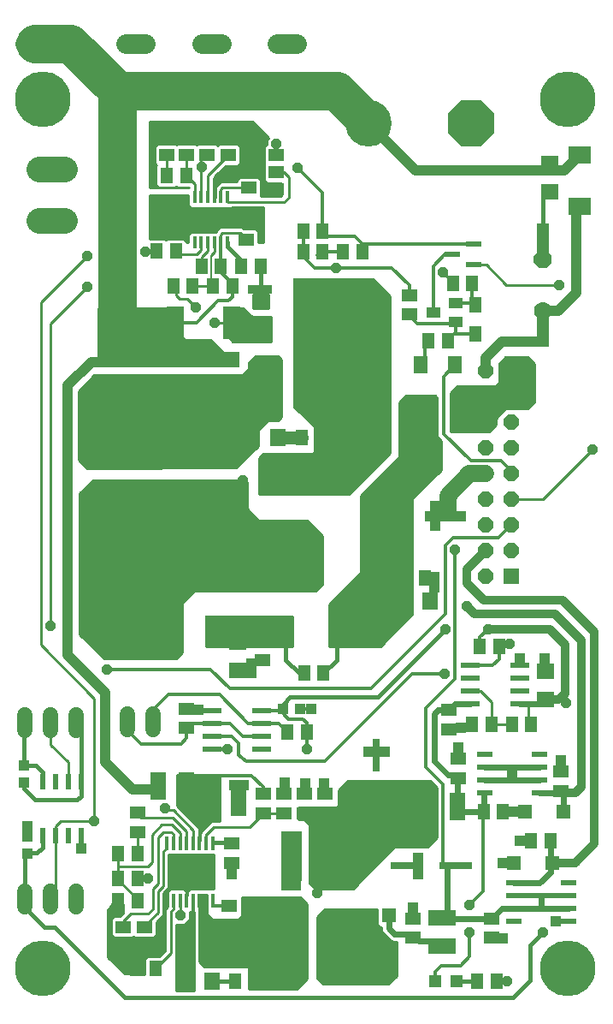
<source format=gtl>
G75*
G70*
%OFA0B0*%
%FSLAX24Y24*%
%IPPOS*%
%LPD*%
%AMOC8*
5,1,8,0,0,1.08239X$1,22.5*
%
%ADD10C,0.1000*%
%ADD11C,0.0768*%
%ADD12R,0.0512X0.0591*%
%ADD13R,0.0591X0.0512*%
%ADD14R,0.1063X0.0630*%
%ADD15R,0.0630X0.0710*%
%ADD16R,0.0551X0.0394*%
%ADD17R,0.2165X0.1496*%
%ADD18R,0.0551X0.0709*%
%ADD19R,0.2244X0.2165*%
%ADD20R,0.0669X0.0512*%
%ADD21R,0.0709X0.1260*%
%ADD22R,0.0600X0.1200*%
%ADD23R,0.0980X0.0370*%
%ADD24R,0.2570X0.2650*%
%ADD25R,0.0180X0.0500*%
%ADD26R,0.1160X0.0690*%
%ADD27R,0.0600X0.0220*%
%ADD28R,0.0472X0.0591*%
%ADD29R,0.0748X0.1339*%
%ADD30R,0.0787X0.1969*%
%ADD31R,0.1280X0.0300*%
%ADD32R,0.0300X0.1280*%
%ADD33R,0.0630X0.1063*%
%ADD34R,0.0710X0.0630*%
%ADD35R,0.0472X0.0472*%
%ADD36R,0.0551X0.0551*%
%ADD37R,0.0140X0.0560*%
%ADD38R,0.0610X0.0236*%
%ADD39R,0.0866X0.0709*%
%ADD40R,0.0709X0.0630*%
%ADD41R,0.0780X0.0220*%
%ADD42R,0.0470X0.1640*%
%ADD43C,0.0700*%
%ADD44OC8,0.0700*%
%ADD45R,0.1600X0.0430*%
%ADD46R,0.0594X0.0594*%
%ADD47OC8,0.0594*%
%ADD48R,0.0630X0.0709*%
%ADD49C,0.0594*%
%ADD50R,0.0236X0.0610*%
%ADD51R,0.0394X0.0433*%
%ADD52R,0.0433X0.0394*%
%ADD53C,0.1810*%
%ADD54OC8,0.1810*%
%ADD55R,0.0396X0.0396*%
%ADD56C,0.0100*%
%ADD57C,0.0120*%
%ADD58C,0.0160*%
%ADD59OC8,0.0396*%
%ADD60C,0.0660*%
%ADD61C,0.0240*%
%ADD62C,0.2165*%
%ADD63C,0.0400*%
%ADD64C,0.1500*%
%ADD65C,0.0320*%
%ADD66C,0.0200*%
%ADD67C,0.0500*%
%ADD68C,0.0080*%
%ADD69C,0.0140*%
D10*
X007147Y030853D02*
X008147Y030853D01*
X008147Y032821D02*
X007147Y032821D01*
D11*
X007341Y037748D02*
X006573Y037748D01*
X010510Y037748D02*
X011278Y037748D01*
X013463Y037748D02*
X014231Y037748D01*
X016416Y037748D02*
X017183Y037748D01*
D12*
X012851Y032600D03*
X012103Y032600D03*
X012451Y029675D03*
X011703Y029675D03*
X012353Y028300D03*
X013101Y028300D03*
X013903Y028300D03*
X014201Y029075D03*
X013453Y029075D03*
X014651Y028300D03*
X015003Y029075D03*
X015751Y029075D03*
X017428Y029650D03*
X018176Y029650D03*
X018176Y030425D03*
X017428Y030425D03*
X018978Y029650D03*
X019726Y029650D03*
X022303Y026175D03*
X023051Y026175D03*
X023253Y028400D03*
X024001Y028400D03*
X018126Y022400D03*
X017378Y022400D03*
X021428Y016950D03*
X022176Y016950D03*
X024303Y014275D03*
X025051Y014275D03*
X024751Y011225D03*
X024003Y011225D03*
X025553Y011225D03*
X026301Y011225D03*
X025201Y007850D03*
X024453Y007850D03*
X026303Y006700D03*
X027051Y006700D03*
X024951Y001250D03*
X024203Y001250D03*
X017551Y010950D03*
X016803Y010950D03*
X017453Y013225D03*
X018201Y013225D03*
X010951Y006200D03*
X010951Y005225D03*
X010951Y004375D03*
X010203Y004375D03*
X010203Y005225D03*
X010203Y006200D03*
X010903Y001725D03*
X011651Y001725D03*
X014753Y001250D03*
X015501Y001250D03*
D13*
X014527Y003426D03*
X014527Y004174D03*
X014627Y005851D03*
X014627Y006599D03*
X015852Y007776D03*
X015852Y008524D03*
X016677Y008524D03*
X016677Y007776D03*
X017477Y007776D03*
X017477Y008524D03*
X018252Y008524D03*
X018252Y007776D03*
X021702Y003674D03*
X021702Y002926D03*
X024752Y002926D03*
X024752Y003674D03*
X027477Y008651D03*
X027477Y009399D03*
X023452Y009151D03*
X023452Y009899D03*
X023102Y011051D03*
X023102Y011799D03*
X015827Y013726D03*
X015827Y014474D03*
X012877Y011849D03*
X012877Y011101D03*
X010977Y007799D03*
X010977Y007051D03*
X011227Y003349D03*
X011227Y002601D03*
X010402Y002601D03*
X010402Y003349D03*
X015752Y026901D03*
X015752Y027649D03*
X015202Y030101D03*
X015202Y030849D03*
X015302Y032126D03*
X015302Y032874D03*
X014502Y033401D03*
X014502Y034149D03*
X013652Y034149D03*
X013652Y033401D03*
X012877Y033401D03*
X012877Y034149D03*
X012102Y034149D03*
X012102Y033401D03*
X016352Y033394D03*
X016352Y032725D03*
X016352Y032056D03*
X021552Y027949D03*
X021552Y027201D03*
D14*
X014402Y025451D03*
X014402Y024349D03*
X013127Y024349D03*
X013127Y025451D03*
X011852Y025451D03*
X011852Y024349D03*
X012102Y021501D03*
X012102Y020399D03*
X013377Y020399D03*
X013377Y021501D03*
X022827Y003701D03*
X022827Y002599D03*
D15*
X013862Y001250D03*
X012743Y001250D03*
X015318Y022400D03*
X016437Y022400D03*
D16*
X022494Y027275D03*
X023360Y026901D03*
X023360Y027649D03*
D17*
X016777Y020909D03*
X016777Y017091D03*
D18*
X022008Y025225D03*
X023347Y025225D03*
D19*
X018501Y024325D03*
D20*
X015966Y023425D03*
X015966Y025225D03*
D21*
X014630Y026875D03*
X012425Y026875D03*
D22*
X011912Y014875D03*
X013892Y014875D03*
X016737Y014825D03*
X018717Y014825D03*
D23*
X015732Y026375D03*
X015732Y028175D03*
D24*
X018312Y027275D03*
D25*
X014469Y029995D03*
X014213Y029995D03*
X013957Y029995D03*
X013698Y029995D03*
X013442Y029995D03*
X013186Y029995D03*
X013186Y031755D03*
X013442Y031755D03*
X013698Y031755D03*
X013957Y031755D03*
X014213Y031755D03*
X014469Y031755D03*
D26*
X013827Y030875D03*
D27*
X023227Y029525D03*
X024077Y029125D03*
X024077Y029925D03*
D28*
X024127Y027571D03*
X024127Y026429D03*
D29*
X023520Y023350D03*
X021985Y023350D03*
D30*
X018341Y006098D03*
X016963Y006098D03*
X016963Y002752D03*
X018341Y002752D03*
D31*
X021452Y005725D03*
X023352Y005725D03*
D32*
X020277Y008125D03*
X020277Y010025D03*
D33*
X022326Y008025D03*
X023429Y008025D03*
X014904Y008200D03*
X013801Y008200D03*
X012854Y008850D03*
X011751Y008850D03*
D34*
X027027Y031965D03*
X027027Y033085D03*
D35*
X023391Y001250D03*
X022564Y001250D03*
D36*
X020752Y002302D03*
X020752Y003798D03*
X025629Y005850D03*
X026079Y007825D03*
X027125Y005850D03*
X027575Y007825D03*
X014350Y002550D03*
X012854Y002550D03*
D37*
X012872Y004380D03*
X012622Y004380D03*
X012362Y004380D03*
X012102Y004380D03*
X013132Y004380D03*
X013382Y004380D03*
X013642Y004380D03*
X013902Y004380D03*
X013902Y006620D03*
X013642Y006620D03*
X013382Y006620D03*
X013132Y006620D03*
X012872Y006620D03*
X012622Y006620D03*
X012362Y006620D03*
X012102Y006620D03*
D38*
X024514Y008577D03*
X024514Y009077D03*
X024514Y009577D03*
X024514Y010077D03*
X026640Y010077D03*
X026640Y009577D03*
X026640Y009077D03*
X026640Y008577D03*
X025639Y005073D03*
X025639Y004573D03*
X025639Y004073D03*
X025639Y003573D03*
X027765Y003573D03*
X027765Y004073D03*
X027765Y004573D03*
X027765Y005073D03*
D39*
X028202Y031396D03*
X028202Y033404D03*
D40*
X026852Y013301D03*
X026852Y012199D03*
X014877Y013349D03*
X014877Y014451D03*
D41*
X015797Y011775D03*
X015797Y011275D03*
X015797Y010775D03*
X015797Y010275D03*
X013857Y010275D03*
X013857Y010775D03*
X013857Y011275D03*
X013857Y011775D03*
X023932Y012025D03*
X023932Y012525D03*
X023932Y013025D03*
X023932Y013525D03*
X025872Y013525D03*
X025872Y013025D03*
X025872Y012525D03*
X025872Y012025D03*
D42*
X026777Y026725D03*
X026777Y029925D03*
X009152Y022100D03*
X009152Y018900D03*
D43*
X009152Y019500D03*
X026777Y027325D03*
D44*
X026777Y029325D03*
X009152Y021500D03*
D45*
X020497Y019350D03*
X022957Y019350D03*
D46*
X025527Y017000D03*
D47*
X025527Y018000D03*
X025527Y019000D03*
X025527Y020000D03*
X025527Y021000D03*
X025527Y022000D03*
X025527Y023000D03*
X025527Y024000D03*
X025527Y025000D03*
X024527Y025000D03*
X024527Y024000D03*
X024527Y023000D03*
X024527Y022000D03*
X024527Y021000D03*
X024527Y020000D03*
X024527Y019000D03*
X024527Y018000D03*
X024527Y017000D03*
D48*
X022354Y016050D03*
X021251Y016050D03*
D49*
X011577Y011622D02*
X011577Y011028D01*
X010577Y011028D02*
X010577Y011622D01*
X008577Y011597D02*
X008577Y011003D01*
X007577Y011003D02*
X007577Y011597D01*
X006577Y011597D02*
X006577Y011003D01*
X006577Y004747D02*
X006577Y004153D01*
X007577Y004153D02*
X007577Y004747D01*
X008577Y004747D02*
X008577Y004153D01*
D50*
X008754Y006887D03*
X008254Y006887D03*
X007754Y006887D03*
X007254Y006887D03*
X007254Y009013D03*
X007754Y009013D03*
X008254Y009013D03*
X008754Y009013D03*
D51*
X006652Y006885D03*
X006652Y006215D03*
X006527Y008965D03*
X006527Y009635D03*
D52*
X016643Y011850D03*
X017312Y011850D03*
D53*
X019977Y034625D03*
D54*
X023977Y034625D03*
D55*
X019627Y026375D03*
X019227Y025975D03*
X018827Y025575D03*
X018427Y025175D03*
X018827Y024775D03*
X018427Y024375D03*
X018827Y023975D03*
X018427Y023575D03*
X018827Y023175D03*
X019227Y023575D03*
X019602Y023175D03*
X019602Y023975D03*
X019602Y024775D03*
X019227Y024375D03*
X019227Y025175D03*
X019602Y025575D03*
X018827Y026375D03*
X018427Y025975D03*
X018027Y025575D03*
X017627Y025175D03*
X018027Y024775D03*
X017627Y024375D03*
X018027Y023975D03*
X017627Y023575D03*
X018027Y023175D03*
X017627Y025975D03*
X018027Y026375D03*
X014377Y023390D03*
X014377Y022990D03*
X014377Y022590D03*
X013977Y022590D03*
X013577Y022590D03*
X013177Y022590D03*
X013177Y022990D03*
X013177Y023390D03*
X013577Y023390D03*
X013577Y022990D03*
X013977Y022990D03*
X013977Y023390D03*
X013992Y030775D03*
X013592Y030775D03*
X013192Y030775D03*
X012792Y030775D03*
X012792Y031175D03*
X013192Y031175D03*
X013592Y031175D03*
X013992Y031175D03*
X014392Y031175D03*
X014392Y030775D03*
X022552Y019725D03*
X022552Y018975D03*
X022542Y016975D03*
X022542Y016575D03*
X025877Y013800D03*
X026827Y013800D03*
X027452Y009825D03*
X025577Y009325D03*
X025627Y007825D03*
X025877Y006715D03*
X025202Y005840D03*
X025202Y002910D03*
X027277Y003560D03*
X023452Y010325D03*
X023552Y011100D03*
X020602Y010175D03*
X019952Y010175D03*
X018242Y008950D03*
X017492Y008950D03*
X016702Y008975D03*
X015087Y008875D03*
X014737Y008875D03*
X013352Y006000D03*
X012877Y006000D03*
X012877Y005500D03*
X013352Y005500D03*
X013352Y005000D03*
X012877Y005000D03*
X012402Y005000D03*
X012402Y005500D03*
X012402Y006000D03*
X014627Y005400D03*
X016767Y004975D03*
X017142Y004975D03*
X021702Y004100D03*
X021902Y005400D03*
X021902Y006050D03*
X017717Y011850D03*
X015392Y013225D03*
X015392Y013600D03*
X013317Y011800D03*
X008752Y006400D03*
X006652Y007275D03*
D56*
X007754Y007277D02*
X007754Y006887D01*
X007754Y004627D01*
X007577Y004450D01*
X007754Y007277D02*
X007952Y007475D01*
X009277Y007475D01*
X009277Y012250D01*
X007202Y014325D01*
X007202Y027675D01*
X009002Y029475D01*
X009002Y028275D02*
X007577Y026850D01*
X007577Y015075D01*
X008702Y015122D02*
X012702Y015122D01*
X012702Y015024D02*
X008702Y015024D01*
X008702Y014925D02*
X012702Y014925D01*
X012702Y014827D02*
X008702Y014827D01*
X008702Y014750D02*
X008702Y020225D01*
X009227Y020750D01*
X015152Y020750D01*
X015227Y020675D01*
X015227Y019625D01*
X015677Y019175D01*
X017552Y019175D01*
X018152Y018575D01*
X018152Y016675D01*
X017902Y016425D01*
X013152Y016425D01*
X012702Y015975D01*
X012702Y014025D01*
X012477Y013800D01*
X009652Y013800D01*
X008702Y014750D01*
X008724Y014728D02*
X012702Y014728D01*
X012702Y014630D02*
X008823Y014630D01*
X008921Y014531D02*
X012702Y014531D01*
X012702Y014433D02*
X009020Y014433D01*
X009118Y014334D02*
X012702Y014334D01*
X012702Y014236D02*
X009217Y014236D01*
X009315Y014137D02*
X012702Y014137D01*
X012702Y014039D02*
X009414Y014039D01*
X009512Y013940D02*
X012617Y013940D01*
X012519Y013842D02*
X009611Y013842D01*
X008702Y015221D02*
X012702Y015221D01*
X012702Y015319D02*
X008702Y015319D01*
X008702Y015418D02*
X012702Y015418D01*
X012702Y015516D02*
X008702Y015516D01*
X008702Y015615D02*
X012702Y015615D01*
X012702Y015713D02*
X008702Y015713D01*
X008702Y015812D02*
X012702Y015812D01*
X012702Y015910D02*
X008702Y015910D01*
X008702Y016009D02*
X012736Y016009D01*
X012834Y016107D02*
X008702Y016107D01*
X008702Y016206D02*
X012933Y016206D01*
X013031Y016304D02*
X008702Y016304D01*
X008702Y016403D02*
X013130Y016403D01*
X013627Y015450D02*
X017002Y015450D01*
X017002Y014275D01*
X013627Y014275D01*
X013627Y015450D01*
X013627Y015418D02*
X017002Y015418D01*
X017002Y015319D02*
X013627Y015319D01*
X013627Y015221D02*
X017002Y015221D01*
X017002Y015122D02*
X013627Y015122D01*
X013627Y015024D02*
X017002Y015024D01*
X017002Y014925D02*
X013627Y014925D01*
X013627Y014827D02*
X017002Y014827D01*
X017002Y014728D02*
X013627Y014728D01*
X013627Y014630D02*
X017002Y014630D01*
X017002Y014531D02*
X013627Y014531D01*
X013627Y014433D02*
X017002Y014433D01*
X017002Y014334D02*
X013627Y014334D01*
X013677Y009250D02*
X013352Y008925D01*
X013352Y008201D01*
X013801Y008200D01*
X014152Y008227D02*
X012502Y008227D01*
X012502Y008129D02*
X014152Y008129D01*
X014152Y008030D02*
X012534Y008030D01*
X012502Y008061D02*
X012502Y009275D01*
X014152Y009275D01*
X014152Y007470D01*
X013836Y007470D01*
X013707Y007341D01*
X013432Y007066D01*
X013422Y007056D01*
X013422Y006990D01*
X013402Y006970D01*
X013402Y006700D01*
X013372Y006700D01*
X013372Y006970D01*
X013352Y006990D01*
X013352Y007211D01*
X012572Y007991D01*
X012502Y008061D01*
X012632Y007932D02*
X014152Y007932D01*
X014152Y007833D02*
X012731Y007833D01*
X012829Y007735D02*
X014152Y007735D01*
X014152Y007636D02*
X012928Y007636D01*
X013026Y007538D02*
X014152Y007538D01*
X013805Y007439D02*
X013125Y007439D01*
X013223Y007341D02*
X013707Y007341D01*
X013608Y007242D02*
X013322Y007242D01*
X013352Y007144D02*
X013510Y007144D01*
X013422Y007045D02*
X013352Y007045D01*
X013372Y006947D02*
X013402Y006947D01*
X013402Y006848D02*
X013372Y006848D01*
X013372Y006750D02*
X013402Y006750D01*
X013642Y006620D02*
X013642Y006965D01*
X013652Y006975D02*
X013927Y007250D01*
X015327Y007250D01*
X015852Y007775D01*
X015852Y007776D02*
X016677Y007776D01*
X016676Y007776D02*
X016677Y007775D01*
X016777Y007775D01*
X017227Y007735D02*
X022627Y007735D01*
X022627Y007833D02*
X017227Y007833D01*
X017227Y007932D02*
X022627Y007932D01*
X022627Y008030D02*
X018757Y008030D01*
X018727Y008000D02*
X018802Y008075D01*
X018802Y008675D01*
X019177Y009050D01*
X022352Y009050D01*
X022627Y008775D01*
X022627Y006825D01*
X022277Y006475D01*
X020977Y006475D01*
X019352Y004850D01*
X017877Y004850D01*
X017652Y005075D01*
X019577Y005075D01*
X019479Y004977D02*
X017751Y004977D01*
X017652Y005075D02*
X017652Y007350D01*
X017477Y007525D01*
X017227Y007525D01*
X017227Y008000D01*
X018727Y008000D01*
X018802Y008129D02*
X022627Y008129D01*
X022627Y008227D02*
X018802Y008227D01*
X018802Y008326D02*
X022627Y008326D01*
X022627Y008424D02*
X018802Y008424D01*
X018802Y008523D02*
X022627Y008523D01*
X022627Y008621D02*
X018802Y008621D01*
X018847Y008720D02*
X022627Y008720D01*
X022584Y008818D02*
X018945Y008818D01*
X019044Y008917D02*
X022486Y008917D01*
X022387Y009015D02*
X019142Y009015D01*
X017563Y007439D02*
X022627Y007439D01*
X022627Y007341D02*
X017652Y007341D01*
X017652Y007242D02*
X022627Y007242D01*
X022627Y007144D02*
X017652Y007144D01*
X017652Y007045D02*
X022627Y007045D01*
X022627Y006947D02*
X017652Y006947D01*
X017652Y006848D02*
X022627Y006848D01*
X022552Y006750D02*
X017652Y006750D01*
X017652Y006651D02*
X022453Y006651D01*
X022355Y006553D02*
X017652Y006553D01*
X017652Y006454D02*
X020956Y006454D01*
X020858Y006356D02*
X017652Y006356D01*
X017652Y006257D02*
X020759Y006257D01*
X020661Y006159D02*
X017652Y006159D01*
X017652Y006060D02*
X020562Y006060D01*
X020464Y005962D02*
X017652Y005962D01*
X017652Y005863D02*
X020365Y005863D01*
X020267Y005765D02*
X017652Y005765D01*
X017652Y005666D02*
X020168Y005666D01*
X020070Y005568D02*
X017652Y005568D01*
X017652Y005469D02*
X019971Y005469D01*
X019873Y005371D02*
X017652Y005371D01*
X017652Y005272D02*
X019774Y005272D01*
X019676Y005174D02*
X017652Y005174D01*
X017849Y004878D02*
X019380Y004878D01*
X020307Y004025D02*
X020307Y003452D01*
X020406Y003352D01*
X020462Y003352D01*
X020462Y003242D01*
X020507Y003136D01*
X020732Y002911D01*
X020813Y002829D01*
X020920Y002785D01*
X021052Y002785D01*
X021052Y001450D01*
X020727Y001125D01*
X018202Y001125D01*
X017977Y001350D01*
X017977Y003750D01*
X018252Y004025D01*
X020307Y004025D01*
X020307Y003992D02*
X018219Y003992D01*
X018120Y003893D02*
X020307Y003893D01*
X020307Y003795D02*
X018022Y003795D01*
X017977Y003696D02*
X020307Y003696D01*
X020307Y003598D02*
X017977Y003598D01*
X017977Y003499D02*
X020307Y003499D01*
X020358Y003401D02*
X017977Y003401D01*
X017977Y003302D02*
X020462Y003302D01*
X020479Y003204D02*
X017977Y003204D01*
X017977Y003105D02*
X020537Y003105D01*
X020636Y003007D02*
X017977Y003007D01*
X017977Y002908D02*
X020734Y002908D01*
X020861Y002810D02*
X017977Y002810D01*
X017977Y002711D02*
X021052Y002711D01*
X021052Y002613D02*
X017977Y002613D01*
X017977Y002514D02*
X021052Y002514D01*
X021052Y002416D02*
X017977Y002416D01*
X017977Y002317D02*
X021052Y002317D01*
X021052Y002219D02*
X017977Y002219D01*
X017977Y002120D02*
X021052Y002120D01*
X021052Y002022D02*
X017977Y002022D01*
X017977Y001923D02*
X021052Y001923D01*
X021052Y001825D02*
X017977Y001825D01*
X017977Y001726D02*
X021052Y001726D01*
X021052Y001628D02*
X017977Y001628D01*
X017977Y001529D02*
X021052Y001529D01*
X021033Y001431D02*
X017977Y001431D01*
X017995Y001332D02*
X020934Y001332D01*
X020836Y001234D02*
X018094Y001234D01*
X018192Y001135D02*
X020737Y001135D01*
X017977Y004675D02*
X017977Y005734D01*
X018341Y006098D01*
X017142Y004975D02*
X016963Y005154D01*
X016963Y006098D01*
X017227Y007538D02*
X022627Y007538D01*
X022627Y007636D02*
X017227Y007636D01*
X017302Y004500D02*
X015027Y004500D01*
X015027Y003775D01*
X014902Y003650D01*
X013852Y003650D01*
X013652Y003850D01*
X013652Y004600D01*
X013402Y004600D01*
X013402Y003850D01*
X013377Y003825D01*
X013377Y002000D01*
X013577Y001800D01*
X015302Y001800D01*
X015302Y000950D01*
X017177Y000950D01*
X017577Y001350D01*
X017577Y004225D01*
X017302Y004500D01*
X017318Y004484D02*
X015027Y004484D01*
X015027Y004386D02*
X017417Y004386D01*
X017515Y004287D02*
X015027Y004287D01*
X015027Y004189D02*
X017577Y004189D01*
X017577Y004090D02*
X015027Y004090D01*
X015027Y003992D02*
X017577Y003992D01*
X017577Y003893D02*
X015027Y003893D01*
X015027Y003795D02*
X017577Y003795D01*
X017577Y003696D02*
X014948Y003696D01*
X013806Y003696D02*
X013377Y003696D01*
X013377Y003598D02*
X017577Y003598D01*
X017577Y003499D02*
X013377Y003499D01*
X013377Y003401D02*
X017577Y003401D01*
X017577Y003302D02*
X013377Y003302D01*
X013382Y003320D02*
X013382Y004380D01*
X013402Y004386D02*
X013652Y004386D01*
X013652Y004484D02*
X013402Y004484D01*
X013402Y004583D02*
X013652Y004583D01*
X013762Y004830D02*
X013502Y004830D01*
X012992Y004830D01*
X012892Y004730D01*
X012892Y004575D01*
X012862Y004575D01*
X012862Y004730D01*
X012763Y004830D01*
X012222Y004830D01*
X012122Y004730D01*
X012122Y004131D01*
X012032Y004041D01*
X012032Y002417D01*
X011806Y002190D01*
X011325Y002190D01*
X011226Y002091D01*
X011226Y001514D01*
X010452Y001525D01*
X009802Y002175D01*
X009802Y004000D01*
X009977Y004225D01*
X010402Y004225D01*
X010402Y003886D01*
X010311Y003795D01*
X010291Y003775D01*
X010037Y003775D01*
X009937Y003675D01*
X009937Y003023D01*
X010037Y002923D01*
X010768Y002923D01*
X010815Y002970D01*
X010862Y002923D01*
X011593Y002923D01*
X011693Y003023D01*
X011693Y003529D01*
X011972Y003809D01*
X011972Y004659D01*
X012172Y004859D01*
X012172Y006170D01*
X013927Y006170D01*
X013927Y004830D01*
X013762Y004830D01*
X013927Y004878D02*
X012172Y004878D01*
X012172Y004780D02*
X012093Y004780D01*
X012122Y004681D02*
X011995Y004681D01*
X011972Y004583D02*
X012122Y004583D01*
X012122Y004484D02*
X011972Y004484D01*
X011972Y004386D02*
X012122Y004386D01*
X012122Y004287D02*
X011972Y004287D01*
X011972Y004189D02*
X012122Y004189D01*
X012081Y004090D02*
X011972Y004090D01*
X011972Y003992D02*
X012032Y003992D01*
X012032Y003893D02*
X011972Y003893D01*
X011958Y003795D02*
X012032Y003795D01*
X012032Y003696D02*
X011860Y003696D01*
X011761Y003598D02*
X012032Y003598D01*
X012032Y003499D02*
X011693Y003499D01*
X011693Y003401D02*
X012032Y003401D01*
X012032Y003302D02*
X011693Y003302D01*
X011693Y003204D02*
X012032Y003204D01*
X012032Y003105D02*
X011693Y003105D01*
X011677Y003007D02*
X012032Y003007D01*
X012032Y002908D02*
X009802Y002908D01*
X009802Y002810D02*
X012032Y002810D01*
X012032Y002711D02*
X009802Y002711D01*
X009802Y002613D02*
X012032Y002613D01*
X012032Y002514D02*
X009802Y002514D01*
X009802Y002416D02*
X012031Y002416D01*
X011932Y002317D02*
X009802Y002317D01*
X009802Y002219D02*
X011834Y002219D01*
X012252Y002326D02*
X011651Y001725D01*
X011226Y001726D02*
X010251Y001726D01*
X010153Y001825D02*
X011226Y001825D01*
X011226Y001923D02*
X010054Y001923D01*
X009956Y002022D02*
X011226Y002022D01*
X011255Y002120D02*
X009857Y002120D01*
X010350Y001628D02*
X011226Y001628D01*
X011226Y001529D02*
X010448Y001529D01*
X009953Y003007D02*
X009802Y003007D01*
X009802Y003105D02*
X009937Y003105D01*
X009937Y003204D02*
X009802Y003204D01*
X009802Y003302D02*
X009937Y003302D01*
X009937Y003401D02*
X009802Y003401D01*
X009802Y003499D02*
X009937Y003499D01*
X009937Y003598D02*
X009802Y003598D01*
X009802Y003696D02*
X009958Y003696D01*
X009802Y003795D02*
X010311Y003795D01*
X010402Y003893D02*
X009802Y003893D01*
X009802Y003992D02*
X010402Y003992D01*
X010402Y004090D02*
X009872Y004090D01*
X009949Y004189D02*
X010402Y004189D01*
X010702Y003875D02*
X010402Y003575D01*
X010402Y003349D01*
X010702Y003875D02*
X011377Y003875D01*
X011552Y004050D01*
X011552Y004850D01*
X011752Y005050D01*
X011752Y006850D01*
X011952Y007050D01*
X012277Y007050D01*
X012362Y006965D01*
X012362Y006620D01*
X012102Y006620D02*
X012102Y006425D01*
X011952Y006275D01*
X011952Y004950D01*
X011752Y004750D01*
X011752Y003900D01*
X011277Y003425D01*
X010951Y004375D02*
X010951Y004426D01*
X010203Y005174D01*
X010203Y005225D01*
X010203Y005123D01*
X010203Y005225D02*
X010202Y005226D01*
X010202Y005700D01*
X010202Y006199D01*
X010203Y006200D01*
X010227Y006276D01*
X010202Y005700D02*
X011352Y005700D01*
X011527Y005875D01*
X011527Y006950D01*
X011902Y007325D01*
X012302Y007325D01*
X012622Y007005D01*
X012622Y006620D01*
X012872Y006620D02*
X012872Y007055D01*
X012327Y007600D01*
X011077Y007600D01*
X011077Y007700D01*
X010978Y007799D01*
X010977Y007799D01*
X011077Y007725D02*
X011077Y007700D01*
X010977Y007051D02*
X010951Y007025D01*
X010951Y006200D01*
X010951Y005225D02*
X011352Y005250D01*
X012172Y005272D02*
X013927Y005272D01*
X013927Y005174D02*
X012172Y005174D01*
X012172Y005075D02*
X013927Y005075D01*
X013927Y004977D02*
X012172Y004977D01*
X012172Y005371D02*
X013927Y005371D01*
X013927Y005469D02*
X012172Y005469D01*
X012172Y005568D02*
X013927Y005568D01*
X013927Y005666D02*
X012172Y005666D01*
X012172Y005765D02*
X013927Y005765D01*
X013927Y005863D02*
X012172Y005863D01*
X012172Y005962D02*
X013927Y005962D01*
X013927Y006060D02*
X012172Y006060D01*
X012172Y006159D02*
X013927Y006159D01*
X013132Y006620D02*
X013132Y007120D01*
X012352Y007900D01*
X012102Y007900D01*
X012027Y007975D01*
X012502Y008326D02*
X014152Y008326D01*
X014152Y008424D02*
X012502Y008424D01*
X012502Y008523D02*
X014152Y008523D01*
X014152Y008621D02*
X012502Y008621D01*
X012502Y008720D02*
X014152Y008720D01*
X014152Y008818D02*
X012502Y008818D01*
X012502Y008917D02*
X014152Y008917D01*
X014152Y009015D02*
X012502Y009015D01*
X012502Y009114D02*
X014152Y009114D01*
X014152Y009212D02*
X012502Y009212D01*
X010890Y008838D02*
X010802Y008750D01*
X008254Y009013D02*
X008254Y009773D01*
X007577Y010450D01*
X007577Y011300D01*
X008702Y016501D02*
X017978Y016501D01*
X018077Y016600D02*
X008702Y016600D01*
X008702Y016698D02*
X018152Y016698D01*
X018152Y016797D02*
X008702Y016797D01*
X008702Y016895D02*
X018152Y016895D01*
X018152Y016994D02*
X008702Y016994D01*
X008702Y017092D02*
X018152Y017092D01*
X018152Y017191D02*
X008702Y017191D01*
X008702Y017289D02*
X018152Y017289D01*
X018152Y017388D02*
X008702Y017388D01*
X008702Y017486D02*
X018152Y017486D01*
X018152Y017585D02*
X008702Y017585D01*
X008702Y017683D02*
X018152Y017683D01*
X018152Y017782D02*
X008702Y017782D01*
X008702Y017880D02*
X018152Y017880D01*
X018152Y017979D02*
X008702Y017979D01*
X008702Y018077D02*
X018152Y018077D01*
X018152Y018176D02*
X008702Y018176D01*
X008702Y018274D02*
X018152Y018274D01*
X018152Y018373D02*
X008702Y018373D01*
X008702Y018471D02*
X018152Y018471D01*
X018152Y018570D02*
X008702Y018570D01*
X008702Y018668D02*
X018059Y018668D01*
X017961Y018767D02*
X008702Y018767D01*
X008702Y018865D02*
X017862Y018865D01*
X017764Y018964D02*
X008702Y018964D01*
X008702Y019062D02*
X017665Y019062D01*
X017567Y019161D02*
X008702Y019161D01*
X008702Y019259D02*
X015593Y019259D01*
X015495Y019358D02*
X008702Y019358D01*
X008702Y019456D02*
X015396Y019456D01*
X015298Y019555D02*
X008702Y019555D01*
X008702Y019653D02*
X015227Y019653D01*
X015227Y019752D02*
X008702Y019752D01*
X008702Y019850D02*
X015227Y019850D01*
X015227Y019949D02*
X008702Y019949D01*
X008702Y020047D02*
X015227Y020047D01*
X015227Y020146D02*
X008702Y020146D01*
X008721Y020244D02*
X015227Y020244D01*
X015227Y020343D02*
X008820Y020343D01*
X008918Y020441D02*
X015227Y020441D01*
X015227Y020540D02*
X009017Y020540D01*
X009115Y020638D02*
X015227Y020638D01*
X015166Y020737D02*
X009214Y020737D01*
X009002Y021200D02*
X008652Y021550D01*
X008652Y024200D01*
X009277Y024825D01*
X015052Y024825D01*
X015302Y025075D01*
X015302Y025325D01*
X015552Y025575D01*
X016427Y025575D01*
X016552Y025450D01*
X016552Y023200D01*
X016427Y023075D01*
X016027Y023075D01*
X015652Y022700D01*
X015652Y022075D01*
X014802Y021225D01*
X009002Y021200D01*
X008973Y021229D02*
X014806Y021229D01*
X014905Y021328D02*
X008875Y021328D01*
X008776Y021426D02*
X015003Y021426D01*
X015102Y021525D02*
X008678Y021525D01*
X008652Y021623D02*
X015200Y021623D01*
X015299Y021722D02*
X008652Y021722D01*
X008652Y021820D02*
X015397Y021820D01*
X015496Y021919D02*
X008652Y021919D01*
X008652Y022017D02*
X015594Y022017D01*
X015652Y022116D02*
X008652Y022116D01*
X008652Y022214D02*
X015652Y022214D01*
X015652Y022313D02*
X008652Y022313D01*
X008652Y022411D02*
X015652Y022411D01*
X015652Y022510D02*
X008652Y022510D01*
X008652Y022608D02*
X015652Y022608D01*
X015659Y022707D02*
X008652Y022707D01*
X008652Y022805D02*
X015757Y022805D01*
X015856Y022904D02*
X008652Y022904D01*
X008652Y023002D02*
X015954Y023002D01*
X016453Y023101D02*
X008652Y023101D01*
X008652Y023199D02*
X016551Y023199D01*
X016552Y023298D02*
X008652Y023298D01*
X008652Y023396D02*
X016552Y023396D01*
X016552Y023495D02*
X008652Y023495D01*
X008652Y023593D02*
X016552Y023593D01*
X016552Y023692D02*
X008652Y023692D01*
X008652Y023790D02*
X016552Y023790D01*
X016552Y023889D02*
X008652Y023889D01*
X008652Y023987D02*
X016552Y023987D01*
X016552Y024086D02*
X008652Y024086D01*
X008652Y024184D02*
X016552Y024184D01*
X016552Y024283D02*
X008735Y024283D01*
X008833Y024381D02*
X016552Y024381D01*
X016552Y024480D02*
X008932Y024480D01*
X009030Y024578D02*
X016552Y024578D01*
X016552Y024677D02*
X009129Y024677D01*
X009227Y024775D02*
X016552Y024775D01*
X016552Y024874D02*
X015101Y024874D01*
X015199Y024972D02*
X016552Y024972D01*
X016552Y025071D02*
X015298Y025071D01*
X015302Y025169D02*
X016552Y025169D01*
X016552Y025268D02*
X015302Y025268D01*
X015343Y025366D02*
X016552Y025366D01*
X016538Y025465D02*
X015442Y025465D01*
X015540Y025563D02*
X016439Y025563D01*
X016152Y026150D02*
X014677Y026150D01*
X014552Y026275D01*
X014552Y027450D01*
X015077Y027450D01*
X015427Y027100D01*
X016152Y027100D01*
X016152Y026150D01*
X016152Y026154D02*
X014673Y026154D01*
X014575Y026253D02*
X016152Y026253D01*
X016152Y026351D02*
X014552Y026351D01*
X014552Y026450D02*
X016152Y026450D01*
X016152Y026548D02*
X014552Y026548D01*
X014552Y026647D02*
X016152Y026647D01*
X016152Y026745D02*
X014552Y026745D01*
X014552Y026844D02*
X016152Y026844D01*
X016152Y026942D02*
X014552Y026942D01*
X014552Y027041D02*
X016152Y027041D01*
X016052Y027450D02*
X015477Y027450D01*
X015477Y027975D01*
X016052Y027975D01*
X016052Y027450D01*
X016052Y027533D02*
X015477Y027533D01*
X015477Y027632D02*
X016052Y027632D01*
X016052Y027730D02*
X015477Y027730D01*
X015477Y027829D02*
X016052Y027829D01*
X016052Y027927D02*
X015477Y027927D01*
X015732Y028175D02*
X015816Y028189D01*
X015755Y028349D01*
X015093Y027435D02*
X014552Y027435D01*
X014552Y027336D02*
X015191Y027336D01*
X015290Y027238D02*
X014552Y027238D01*
X014552Y027139D02*
X015388Y027139D01*
X014630Y026875D02*
X013977Y026875D01*
X013802Y026200D02*
X014302Y025700D01*
X014302Y025200D01*
X009427Y025200D01*
X009427Y027450D01*
X012677Y027450D01*
X012677Y026325D01*
X012802Y026200D01*
X013802Y026200D01*
X013848Y026154D02*
X009427Y026154D01*
X009427Y026056D02*
X013947Y026056D01*
X014045Y025957D02*
X009427Y025957D01*
X009427Y025859D02*
X014144Y025859D01*
X014242Y025760D02*
X009427Y025760D01*
X009427Y025662D02*
X014302Y025662D01*
X014302Y025563D02*
X009427Y025563D01*
X009427Y025465D02*
X014302Y025465D01*
X014302Y025366D02*
X009427Y025366D01*
X009427Y025268D02*
X014302Y025268D01*
X013227Y027475D02*
X012902Y027800D01*
X012602Y027800D01*
X012477Y027925D01*
X012477Y028299D01*
X012353Y028300D01*
X012677Y027435D02*
X009427Y027435D01*
X009427Y027336D02*
X012677Y027336D01*
X012677Y027238D02*
X009427Y027238D01*
X009427Y027139D02*
X012677Y027139D01*
X012677Y027041D02*
X009427Y027041D01*
X009427Y026942D02*
X012677Y026942D01*
X012677Y026844D02*
X009427Y026844D01*
X009427Y026745D02*
X012677Y026745D01*
X012677Y026647D02*
X009427Y026647D01*
X009427Y026548D02*
X012677Y026548D01*
X012677Y026450D02*
X009427Y026450D01*
X009427Y026351D02*
X012677Y026351D01*
X012750Y026253D02*
X009427Y026253D01*
X010106Y027324D02*
X010152Y027299D01*
X011252Y029625D02*
X011677Y029625D01*
X011702Y029650D01*
X011427Y030140D02*
X011427Y031850D01*
X012926Y031850D01*
X012926Y031435D01*
X013025Y031335D01*
X014630Y031335D01*
X014650Y031355D01*
X015852Y031355D01*
X015852Y030000D01*
X015668Y030000D01*
X015668Y030427D01*
X015568Y030527D01*
X015122Y030527D01*
X015109Y030539D01*
X015047Y030603D01*
X015045Y030603D01*
X015044Y030605D01*
X014954Y030605D01*
X014865Y030607D01*
X014864Y030605D01*
X014359Y030605D01*
X014352Y030611D01*
X014269Y030605D01*
X014186Y030605D01*
X014180Y030599D01*
X014171Y030598D01*
X014116Y030535D01*
X014057Y030476D01*
X014057Y030467D01*
X014052Y030461D01*
X014006Y030415D01*
X013025Y030415D01*
X012926Y030315D01*
X012926Y030000D01*
X012877Y030000D01*
X012877Y030041D01*
X012778Y030140D01*
X012125Y030140D01*
X012077Y030093D01*
X012030Y030140D01*
X011427Y030140D01*
X011427Y030193D02*
X012926Y030193D01*
X012926Y030291D02*
X011427Y030291D01*
X011427Y030390D02*
X013000Y030390D01*
X012926Y030094D02*
X012824Y030094D01*
X012451Y029675D02*
X012451Y029550D01*
X013277Y029550D01*
X013442Y029714D01*
X013442Y029995D01*
X013698Y029995D02*
X013698Y029670D01*
X013453Y029426D01*
X013453Y029075D01*
X013827Y029500D02*
X013957Y029630D01*
X013957Y029995D01*
X014213Y029995D02*
X014213Y030311D01*
X014277Y030385D01*
X014952Y030385D01*
X015227Y030100D01*
X015064Y030587D02*
X015852Y030587D01*
X015852Y030685D02*
X011427Y030685D01*
X011427Y030587D02*
X014161Y030587D01*
X014069Y030488D02*
X011427Y030488D01*
X011427Y030784D02*
X015852Y030784D01*
X015852Y030882D02*
X011427Y030882D01*
X011427Y030981D02*
X015852Y030981D01*
X015852Y031079D02*
X011427Y031079D01*
X011427Y031178D02*
X015852Y031178D01*
X015852Y031276D02*
X011427Y031276D01*
X011427Y031375D02*
X012986Y031375D01*
X012926Y031473D02*
X011427Y031473D01*
X011427Y031572D02*
X012926Y031572D01*
X012926Y031670D02*
X011427Y031670D01*
X011427Y031769D02*
X012926Y031769D01*
X013186Y031755D02*
X013186Y032267D01*
X012852Y032600D01*
X012851Y032600D02*
X012851Y033375D01*
X012877Y033401D01*
X012490Y033805D02*
X012468Y033827D01*
X011737Y033827D01*
X011637Y033727D01*
X011637Y033075D01*
X011712Y033000D01*
X011678Y032966D01*
X011678Y032234D01*
X011777Y032135D01*
X012430Y032135D01*
X012477Y032182D01*
X012525Y032135D01*
X012966Y032135D01*
X012966Y032125D01*
X011427Y032125D01*
X011427Y034700D01*
X015427Y034700D01*
X016067Y034060D01*
X015984Y033977D01*
X015984Y033818D01*
X015887Y033721D01*
X015887Y033068D01*
X015895Y033060D01*
X015887Y033051D01*
X015887Y032399D01*
X015987Y032299D01*
X016577Y032299D01*
X016577Y031795D01*
X015763Y031795D01*
X015768Y031800D01*
X015768Y032452D01*
X015668Y032552D01*
X014937Y032552D01*
X014837Y032452D01*
X014837Y032370D01*
X014186Y032370D01*
X014057Y032241D01*
X013993Y032177D01*
X013993Y032125D01*
X013918Y032125D01*
X013918Y032505D01*
X014388Y032975D01*
X014868Y032975D01*
X014968Y033075D01*
X014968Y033727D01*
X014868Y033827D01*
X014137Y033827D01*
X014077Y033768D01*
X014018Y033827D01*
X013287Y033827D01*
X013265Y033805D01*
X013243Y033827D01*
X012512Y033827D01*
X012490Y033805D01*
X012102Y033401D02*
X012102Y032601D01*
X012103Y032600D01*
X011678Y032557D02*
X011427Y032557D01*
X011427Y032655D02*
X011678Y032655D01*
X011678Y032754D02*
X011427Y032754D01*
X011427Y032852D02*
X011678Y032852D01*
X011678Y032951D02*
X011427Y032951D01*
X011427Y033049D02*
X011663Y033049D01*
X011637Y033148D02*
X011427Y033148D01*
X011427Y033246D02*
X011637Y033246D01*
X011637Y033345D02*
X011427Y033345D01*
X011427Y033443D02*
X011637Y033443D01*
X011637Y033542D02*
X011427Y033542D01*
X011427Y033640D02*
X011637Y033640D01*
X011648Y033739D02*
X011427Y033739D01*
X011427Y033837D02*
X015984Y033837D01*
X015984Y033936D02*
X011427Y033936D01*
X011427Y034034D02*
X016041Y034034D01*
X015995Y034133D02*
X011427Y034133D01*
X011427Y034231D02*
X015896Y034231D01*
X015798Y034330D02*
X011427Y034330D01*
X011427Y034428D02*
X015699Y034428D01*
X015601Y034527D02*
X011427Y034527D01*
X011427Y034625D02*
X015502Y034625D01*
X015905Y033739D02*
X014956Y033739D01*
X014968Y033640D02*
X015887Y033640D01*
X015887Y033542D02*
X014968Y033542D01*
X014968Y033443D02*
X015887Y033443D01*
X015887Y033345D02*
X014968Y033345D01*
X014968Y033246D02*
X015887Y033246D01*
X015887Y033148D02*
X014968Y033148D01*
X014942Y033049D02*
X015887Y033049D01*
X015887Y032951D02*
X014363Y032951D01*
X014265Y032852D02*
X015887Y032852D01*
X015887Y032754D02*
X014166Y032754D01*
X014068Y032655D02*
X015887Y032655D01*
X015887Y032557D02*
X013969Y032557D01*
X013918Y032458D02*
X014843Y032458D01*
X015127Y032200D02*
X015077Y032150D01*
X014277Y032150D01*
X014213Y032086D01*
X014213Y031755D01*
X014469Y031755D02*
X014469Y031733D01*
X014477Y031725D01*
X014477Y031575D01*
X016677Y031575D01*
X016852Y031750D01*
X016852Y032525D01*
X016652Y032725D01*
X016352Y032725D01*
X016577Y032261D02*
X015768Y032261D01*
X015768Y032163D02*
X016577Y032163D01*
X016577Y032064D02*
X015768Y032064D01*
X015768Y031966D02*
X016577Y031966D01*
X016577Y031867D02*
X015768Y031867D01*
X015768Y032360D02*
X015926Y032360D01*
X015887Y032458D02*
X015762Y032458D01*
X015352Y031065D02*
X015202Y030849D01*
X015607Y030488D02*
X015852Y030488D01*
X015852Y030390D02*
X015668Y030390D01*
X015668Y030291D02*
X015852Y030291D01*
X015852Y030193D02*
X015668Y030193D01*
X015668Y030094D02*
X015852Y030094D01*
X017052Y028575D02*
X020127Y028575D01*
X020802Y027900D01*
X020802Y021800D01*
X019202Y020200D01*
X015702Y020200D01*
X015702Y021600D01*
X015877Y021775D01*
X017802Y021775D01*
X017877Y021850D01*
X017877Y022825D01*
X017427Y023275D01*
X017052Y023575D01*
X017052Y028575D01*
X017052Y028518D02*
X020184Y028518D01*
X020283Y028420D02*
X017052Y028420D01*
X017052Y028321D02*
X020381Y028321D01*
X020480Y028223D02*
X017052Y028223D01*
X017052Y028124D02*
X020578Y028124D01*
X020677Y028026D02*
X017052Y028026D01*
X017052Y027927D02*
X020775Y027927D01*
X020802Y027829D02*
X017052Y027829D01*
X017052Y027730D02*
X020802Y027730D01*
X020802Y027632D02*
X017052Y027632D01*
X017052Y027533D02*
X020802Y027533D01*
X020802Y027435D02*
X017052Y027435D01*
X017052Y027336D02*
X020802Y027336D01*
X020802Y027238D02*
X017052Y027238D01*
X017052Y027139D02*
X020802Y027139D01*
X020802Y027041D02*
X017052Y027041D01*
X017052Y026942D02*
X020802Y026942D01*
X020802Y026844D02*
X017052Y026844D01*
X017052Y026745D02*
X020802Y026745D01*
X020802Y026647D02*
X017052Y026647D01*
X017052Y026548D02*
X020802Y026548D01*
X020802Y026450D02*
X017052Y026450D01*
X017052Y026351D02*
X020802Y026351D01*
X020802Y026253D02*
X017052Y026253D01*
X017052Y026154D02*
X020802Y026154D01*
X020802Y026056D02*
X017052Y026056D01*
X017052Y025957D02*
X020802Y025957D01*
X020802Y025859D02*
X017052Y025859D01*
X017052Y025760D02*
X020802Y025760D01*
X020802Y025662D02*
X017052Y025662D01*
X017052Y025563D02*
X020802Y025563D01*
X020802Y025465D02*
X017052Y025465D01*
X017052Y025366D02*
X020802Y025366D01*
X020802Y025268D02*
X017052Y025268D01*
X017052Y025169D02*
X020802Y025169D01*
X020802Y025071D02*
X017052Y025071D01*
X017052Y024972D02*
X020802Y024972D01*
X020802Y024874D02*
X017052Y024874D01*
X017052Y024775D02*
X020802Y024775D01*
X020802Y024677D02*
X017052Y024677D01*
X017052Y024578D02*
X020802Y024578D01*
X020802Y024480D02*
X017052Y024480D01*
X017052Y024381D02*
X020802Y024381D01*
X020802Y024283D02*
X017052Y024283D01*
X017052Y024184D02*
X020802Y024184D01*
X020802Y024086D02*
X017052Y024086D01*
X017052Y023987D02*
X020802Y023987D01*
X020802Y023889D02*
X017052Y023889D01*
X017052Y023790D02*
X020802Y023790D01*
X020802Y023692D02*
X017052Y023692D01*
X017052Y023593D02*
X020802Y023593D01*
X020802Y023495D02*
X017153Y023495D01*
X017276Y023396D02*
X020802Y023396D01*
X020802Y023298D02*
X017399Y023298D01*
X017503Y023199D02*
X020802Y023199D01*
X020802Y023101D02*
X017602Y023101D01*
X017700Y023002D02*
X020802Y023002D01*
X020802Y022904D02*
X017799Y022904D01*
X017877Y022805D02*
X020802Y022805D01*
X020802Y022707D02*
X017877Y022707D01*
X017877Y022608D02*
X020802Y022608D01*
X020802Y022510D02*
X017877Y022510D01*
X017877Y022411D02*
X020802Y022411D01*
X020802Y022313D02*
X017877Y022313D01*
X017877Y022214D02*
X020802Y022214D01*
X020802Y022116D02*
X017877Y022116D01*
X017877Y022017D02*
X020802Y022017D01*
X020802Y021919D02*
X017877Y021919D01*
X017847Y021820D02*
X020802Y021820D01*
X020724Y021722D02*
X015824Y021722D01*
X015725Y021623D02*
X020625Y021623D01*
X020527Y021525D02*
X015702Y021525D01*
X015702Y021426D02*
X020428Y021426D01*
X020330Y021328D02*
X015702Y021328D01*
X015702Y021229D02*
X020231Y021229D01*
X020133Y021131D02*
X015702Y021131D01*
X015702Y021032D02*
X020034Y021032D01*
X019936Y020934D02*
X015702Y020934D01*
X015702Y020835D02*
X019837Y020835D01*
X019739Y020737D02*
X015702Y020737D01*
X015702Y020638D02*
X019640Y020638D01*
X019542Y020540D02*
X015702Y020540D01*
X015702Y020441D02*
X019443Y020441D01*
X019345Y020343D02*
X015702Y020343D01*
X015702Y020244D02*
X019246Y020244D01*
X019677Y020150D02*
X021177Y021650D01*
X021177Y023775D01*
X021427Y024025D01*
X022552Y024025D01*
X022632Y023945D01*
X022632Y022496D01*
X022674Y022397D01*
X022749Y022321D01*
X022802Y022268D01*
X022802Y021150D01*
X021677Y020025D01*
X021677Y015525D01*
X020427Y014275D01*
X018427Y014275D01*
X018427Y015900D01*
X019677Y017150D01*
X019677Y020150D01*
X019677Y020146D02*
X021798Y020146D01*
X021896Y020244D02*
X019771Y020244D01*
X019870Y020343D02*
X021995Y020343D01*
X022093Y020441D02*
X019968Y020441D01*
X020067Y020540D02*
X022192Y020540D01*
X022290Y020638D02*
X020165Y020638D01*
X020264Y020737D02*
X022389Y020737D01*
X022487Y020835D02*
X020362Y020835D01*
X020461Y020934D02*
X022586Y020934D01*
X022684Y021032D02*
X020559Y021032D01*
X020658Y021131D02*
X022783Y021131D01*
X022802Y021229D02*
X020756Y021229D01*
X020855Y021328D02*
X022802Y021328D01*
X022802Y021426D02*
X020953Y021426D01*
X021052Y021525D02*
X022802Y021525D01*
X022802Y021623D02*
X021150Y021623D01*
X021177Y021722D02*
X022802Y021722D01*
X022802Y021820D02*
X021177Y021820D01*
X021177Y021919D02*
X022802Y021919D01*
X022802Y022017D02*
X021177Y022017D01*
X021177Y022116D02*
X022802Y022116D01*
X022802Y022214D02*
X021177Y022214D01*
X021177Y022313D02*
X022758Y022313D01*
X022668Y022411D02*
X021177Y022411D01*
X021177Y022510D02*
X022632Y022510D01*
X022632Y022608D02*
X021177Y022608D01*
X021177Y022707D02*
X022632Y022707D01*
X022632Y022805D02*
X021177Y022805D01*
X021177Y022904D02*
X022632Y022904D01*
X022632Y023002D02*
X021177Y023002D01*
X021177Y023101D02*
X022632Y023101D01*
X022632Y023199D02*
X021177Y023199D01*
X021177Y023298D02*
X022632Y023298D01*
X022632Y023396D02*
X021177Y023396D01*
X021177Y023495D02*
X022632Y023495D01*
X022632Y023593D02*
X021177Y023593D01*
X021177Y023692D02*
X022632Y023692D01*
X022632Y023790D02*
X021192Y023790D01*
X021291Y023889D02*
X022632Y023889D01*
X022590Y023987D02*
X021389Y023987D01*
X023177Y023987D02*
X026427Y023987D01*
X026427Y023889D02*
X023177Y023889D01*
X023177Y023790D02*
X026427Y023790D01*
X026427Y023775D02*
X026177Y023525D01*
X025302Y023525D01*
X024927Y023150D01*
X024927Y022900D01*
X024677Y022650D01*
X023177Y022650D01*
X023177Y024150D01*
X023427Y024400D01*
X024927Y024400D01*
X025052Y024525D01*
X025052Y025275D01*
X025302Y025525D01*
X026177Y025525D01*
X026427Y025275D01*
X026427Y023775D01*
X026344Y023692D02*
X023177Y023692D01*
X023177Y023593D02*
X026245Y023593D01*
X026427Y024086D02*
X023177Y024086D01*
X023211Y024184D02*
X026427Y024184D01*
X026427Y024283D02*
X023310Y024283D01*
X023408Y024381D02*
X026427Y024381D01*
X026427Y024480D02*
X025007Y024480D01*
X025052Y024578D02*
X026427Y024578D01*
X026427Y024677D02*
X025052Y024677D01*
X025052Y024775D02*
X026427Y024775D01*
X026427Y024874D02*
X025052Y024874D01*
X025052Y024972D02*
X026427Y024972D01*
X026427Y025071D02*
X025052Y025071D01*
X025052Y025169D02*
X026427Y025169D01*
X026427Y025268D02*
X025052Y025268D01*
X025143Y025366D02*
X026336Y025366D01*
X026238Y025465D02*
X025242Y025465D01*
X025272Y023495D02*
X023177Y023495D01*
X023177Y023396D02*
X025173Y023396D01*
X025075Y023298D02*
X023177Y023298D01*
X023177Y023199D02*
X024976Y023199D01*
X024927Y023101D02*
X023177Y023101D01*
X023177Y023002D02*
X024927Y023002D01*
X024927Y022904D02*
X023177Y022904D01*
X023177Y022805D02*
X024832Y022805D01*
X024734Y022707D02*
X023177Y022707D01*
X021699Y020047D02*
X019677Y020047D01*
X019677Y019949D02*
X021677Y019949D01*
X021677Y019850D02*
X019677Y019850D01*
X019677Y019752D02*
X021677Y019752D01*
X021677Y019653D02*
X019677Y019653D01*
X019677Y019555D02*
X021677Y019555D01*
X021677Y019456D02*
X019677Y019456D01*
X019677Y019358D02*
X021677Y019358D01*
X021677Y019259D02*
X019677Y019259D01*
X019677Y019161D02*
X021677Y019161D01*
X021677Y019062D02*
X019677Y019062D01*
X019677Y018964D02*
X021677Y018964D01*
X021677Y018865D02*
X019677Y018865D01*
X019677Y018767D02*
X021677Y018767D01*
X021677Y018668D02*
X019677Y018668D01*
X019677Y018570D02*
X021677Y018570D01*
X021677Y018471D02*
X019677Y018471D01*
X019677Y018373D02*
X021677Y018373D01*
X021677Y018274D02*
X019677Y018274D01*
X019677Y018176D02*
X021677Y018176D01*
X021677Y018077D02*
X019677Y018077D01*
X019677Y017979D02*
X021677Y017979D01*
X021677Y017880D02*
X019677Y017880D01*
X019677Y017782D02*
X021677Y017782D01*
X021677Y017683D02*
X019677Y017683D01*
X019677Y017585D02*
X021677Y017585D01*
X021677Y017486D02*
X019677Y017486D01*
X019677Y017388D02*
X021677Y017388D01*
X021677Y017289D02*
X019677Y017289D01*
X019677Y017191D02*
X021677Y017191D01*
X021677Y017092D02*
X019619Y017092D01*
X019521Y016994D02*
X021677Y016994D01*
X021677Y016895D02*
X019422Y016895D01*
X019324Y016797D02*
X021677Y016797D01*
X021677Y016698D02*
X019225Y016698D01*
X019127Y016600D02*
X021677Y016600D01*
X021677Y016501D02*
X019028Y016501D01*
X018930Y016403D02*
X021677Y016403D01*
X021677Y016304D02*
X018831Y016304D01*
X018733Y016206D02*
X021677Y016206D01*
X021677Y016107D02*
X018634Y016107D01*
X018536Y016009D02*
X021677Y016009D01*
X021677Y015910D02*
X018437Y015910D01*
X018427Y015812D02*
X021677Y015812D01*
X021677Y015713D02*
X018427Y015713D01*
X018427Y015615D02*
X021677Y015615D01*
X021668Y015516D02*
X018427Y015516D01*
X018427Y015418D02*
X021570Y015418D01*
X021471Y015319D02*
X018427Y015319D01*
X018427Y015221D02*
X021373Y015221D01*
X021274Y015122D02*
X018427Y015122D01*
X018427Y015024D02*
X021176Y015024D01*
X021077Y014925D02*
X018427Y014925D01*
X018427Y014827D02*
X020979Y014827D01*
X020880Y014728D02*
X018427Y014728D01*
X018427Y014630D02*
X020782Y014630D01*
X020683Y014531D02*
X018427Y014531D01*
X018427Y014433D02*
X020585Y014433D01*
X020486Y014334D02*
X018427Y014334D01*
X023932Y012525D02*
X024327Y012525D01*
X024751Y012101D01*
X024751Y011225D01*
X025553Y011225D01*
X026201Y011250D02*
X026201Y012001D01*
X026177Y012025D01*
X026201Y011250D02*
X026301Y011225D01*
X026554Y004573D02*
X026679Y004573D01*
X026702Y004550D01*
X017577Y003204D02*
X013377Y003204D01*
X013377Y003105D02*
X017577Y003105D01*
X017577Y003007D02*
X013377Y003007D01*
X013377Y002908D02*
X017577Y002908D01*
X017577Y002810D02*
X013377Y002810D01*
X013377Y002711D02*
X017577Y002711D01*
X017577Y002613D02*
X013377Y002613D01*
X013377Y002514D02*
X017577Y002514D01*
X017577Y002416D02*
X013377Y002416D01*
X013377Y002317D02*
X017577Y002317D01*
X017577Y002219D02*
X013377Y002219D01*
X013377Y002120D02*
X017577Y002120D01*
X017577Y002022D02*
X013377Y002022D01*
X013454Y001923D02*
X017577Y001923D01*
X017577Y001825D02*
X013553Y001825D01*
X013152Y001825D02*
X012460Y001825D01*
X012461Y001923D02*
X013152Y001923D01*
X013152Y002022D02*
X012462Y002022D01*
X012463Y002120D02*
X013152Y002120D01*
X013152Y002219D02*
X012463Y002219D01*
X012463Y002226D02*
X012472Y002235D01*
X012472Y003335D01*
X012473Y003434D01*
X012475Y003432D01*
X012780Y003432D01*
X012996Y003648D01*
X012996Y003930D01*
X013013Y003930D01*
X013033Y003950D01*
X013152Y003950D01*
X013152Y000875D01*
X012452Y000875D01*
X012463Y002226D01*
X012472Y002317D02*
X013152Y002317D01*
X013152Y002416D02*
X012472Y002416D01*
X012472Y002514D02*
X013152Y002514D01*
X013152Y002613D02*
X012472Y002613D01*
X012472Y002711D02*
X013152Y002711D01*
X013152Y002810D02*
X012472Y002810D01*
X012472Y002908D02*
X013152Y002908D01*
X013152Y003007D02*
X012472Y003007D01*
X012472Y003105D02*
X013152Y003105D01*
X013152Y003204D02*
X012472Y003204D01*
X012472Y003302D02*
X013152Y003302D01*
X013152Y003401D02*
X012473Y003401D01*
X012847Y003499D02*
X013152Y003499D01*
X013152Y003598D02*
X012946Y003598D01*
X012996Y003696D02*
X013152Y003696D01*
X013152Y003795D02*
X012996Y003795D01*
X012996Y003893D02*
X013152Y003893D01*
X013377Y003795D02*
X013708Y003795D01*
X013652Y003893D02*
X013402Y003893D01*
X013402Y003992D02*
X013652Y003992D01*
X013652Y004090D02*
X013402Y004090D01*
X013402Y004189D02*
X013652Y004189D01*
X013652Y004287D02*
X013402Y004287D01*
X012892Y004583D02*
X012862Y004583D01*
X012862Y004681D02*
X012892Y004681D01*
X012942Y004780D02*
X012813Y004780D01*
X012622Y004380D02*
X012622Y003805D01*
X012627Y003800D01*
X012362Y004060D02*
X012362Y004380D01*
X012362Y004060D02*
X012252Y003950D01*
X012252Y002326D01*
X012459Y001726D02*
X013152Y001726D01*
X013152Y001628D02*
X012459Y001628D01*
X012458Y001529D02*
X013152Y001529D01*
X013152Y001431D02*
X012457Y001431D01*
X012456Y001332D02*
X013152Y001332D01*
X013152Y001234D02*
X012455Y001234D01*
X012455Y001135D02*
X013152Y001135D01*
X013152Y001037D02*
X012454Y001037D01*
X012453Y000938D02*
X013152Y000938D01*
X015302Y001037D02*
X017264Y001037D01*
X017362Y001135D02*
X015302Y001135D01*
X015302Y001234D02*
X017461Y001234D01*
X017559Y001332D02*
X015302Y001332D01*
X015302Y001431D02*
X017577Y001431D01*
X017577Y001529D02*
X015302Y001529D01*
X015302Y001628D02*
X017577Y001628D01*
X017577Y001726D02*
X015302Y001726D01*
X025527Y020000D02*
X026777Y020000D01*
X028702Y021925D01*
X027402Y028350D02*
X025327Y028350D01*
X024552Y029125D01*
X024077Y029125D01*
X014502Y033275D02*
X014502Y033401D01*
X013698Y032596D01*
X013698Y031755D01*
X013442Y031755D02*
X013442Y032939D01*
X013452Y032950D01*
X013442Y032961D01*
X013442Y033190D01*
X013652Y033401D01*
X013552Y033401D01*
X012851Y032600D02*
X012677Y032626D01*
X012497Y032163D02*
X012458Y032163D01*
X011749Y032163D02*
X011427Y032163D01*
X011427Y032261D02*
X011678Y032261D01*
X011678Y032360D02*
X011427Y032360D01*
X011427Y032458D02*
X011678Y032458D01*
X012076Y030094D02*
X012079Y030094D01*
X013101Y028300D02*
X013903Y028300D01*
X014213Y029063D02*
X014213Y029087D01*
X014201Y029075D01*
X013993Y032163D02*
X013918Y032163D01*
X013918Y032261D02*
X014077Y032261D01*
X014176Y032360D02*
X013918Y032360D01*
X014502Y033325D02*
X014502Y033401D01*
D57*
X016352Y033394D02*
X016352Y033825D01*
X017202Y032900D02*
X018176Y031926D01*
X018176Y030425D01*
X018351Y030250D01*
X019427Y030250D01*
X019726Y029951D01*
X019726Y029650D01*
X019776Y029700D01*
X019776Y029924D01*
X019777Y029925D01*
X024077Y029925D01*
X023227Y029525D02*
X022944Y029525D01*
X022494Y029075D01*
X022494Y027275D01*
X021852Y026850D02*
X023310Y026850D01*
X023360Y026901D01*
X023360Y026437D01*
X023352Y026429D01*
X023306Y026429D01*
X023051Y026175D01*
X023352Y026429D02*
X024127Y026429D01*
X024102Y027550D02*
X024001Y027651D01*
X024001Y028400D01*
X024049Y027649D02*
X024127Y027571D01*
X024049Y027649D02*
X023360Y027649D01*
X023253Y028400D02*
X023177Y028525D01*
X022852Y028850D01*
X021552Y028350D02*
X021552Y027949D01*
X021552Y028350D02*
X020877Y029000D01*
X018702Y029000D01*
X017852Y029000D01*
X017427Y029425D01*
X017427Y029649D01*
X017428Y029650D01*
X017428Y030425D01*
X017977Y029501D02*
X018176Y029650D01*
X018978Y029650D01*
X021552Y027201D02*
X021603Y027125D01*
X021603Y027099D01*
X021852Y026850D01*
X022303Y026175D02*
X022177Y026049D01*
X022177Y025350D01*
X022052Y025225D01*
X022008Y025225D01*
X022902Y024781D02*
X023347Y025225D01*
X022902Y024781D02*
X022902Y022550D01*
X023952Y021500D01*
X025127Y021500D01*
X025527Y021100D01*
X025527Y021000D01*
X025527Y019000D02*
X025027Y018500D01*
X023252Y018500D01*
X022952Y018200D01*
X022952Y015525D01*
X020052Y012625D01*
X014552Y012625D01*
X013802Y013375D01*
X009777Y013375D01*
X010577Y011325D02*
X010577Y011000D01*
X011102Y010475D01*
X012652Y010475D01*
X012877Y010700D01*
X012877Y011101D01*
X013051Y011275D01*
X013857Y011275D01*
X014577Y011275D01*
X015077Y010775D01*
X015797Y010775D01*
X015797Y011275D02*
X015277Y011275D01*
X014152Y012400D01*
X012177Y012400D01*
X011577Y011800D01*
X011577Y011300D01*
X012877Y011849D02*
X013268Y011849D01*
X013317Y011800D01*
X013342Y011775D01*
X013857Y011775D01*
X013857Y010775D02*
X014627Y010775D01*
X014902Y010500D01*
X014902Y010050D01*
X015202Y009800D01*
X018277Y009800D01*
X021677Y013200D01*
X022927Y013200D01*
X023327Y013000D02*
X022202Y011875D01*
X022202Y009575D01*
X022877Y008900D01*
X022877Y005725D01*
X022902Y005700D01*
X023027Y005700D01*
X024427Y004725D02*
X023902Y004200D01*
X024427Y004725D02*
X024427Y007850D01*
X025212Y005850D02*
X025202Y005840D01*
X025212Y005850D02*
X025629Y005850D01*
X025892Y006700D02*
X025877Y006715D01*
X025892Y006700D02*
X026303Y006700D01*
X025202Y002910D02*
X024752Y002926D01*
X023902Y003150D02*
X023902Y002200D01*
X023552Y001850D01*
X022802Y001850D01*
X022564Y001612D01*
X022564Y001250D01*
X023452Y009899D02*
X023452Y010325D01*
X023503Y011051D02*
X023102Y011051D01*
X023503Y011051D02*
X023552Y011100D01*
X023677Y011225D01*
X024003Y011225D01*
X023327Y013000D02*
X023327Y018050D01*
X024627Y014950D02*
X024303Y014626D01*
X024303Y014275D01*
X025051Y014275D02*
X025052Y014274D01*
X025052Y013775D01*
X024802Y013525D01*
X023932Y013525D01*
X025051Y014275D02*
X025352Y014275D01*
X025477Y014375D01*
X025877Y013800D02*
X025872Y013795D01*
X025872Y013525D01*
X026827Y013800D02*
X026852Y013775D01*
X026852Y013301D01*
X017717Y011850D02*
X017312Y011850D01*
X017402Y011450D02*
X016827Y011450D01*
X016652Y011625D01*
X016652Y011825D01*
X016652Y011840D01*
X016643Y011850D01*
X016568Y011775D01*
X015797Y011775D01*
X015797Y011275D02*
X016478Y011275D01*
X016803Y010950D01*
X017402Y011450D02*
X017551Y011301D01*
X017551Y010950D01*
X017552Y010950D02*
X017577Y010925D01*
X017577Y010275D01*
X016777Y011715D02*
X016643Y011850D01*
X015392Y013225D02*
X015001Y013225D01*
X014877Y013349D01*
X015392Y013600D02*
X015701Y013600D01*
X015827Y013726D01*
X014477Y010275D02*
X013857Y010275D01*
X013677Y009250D02*
X015402Y009250D01*
X015852Y008800D01*
X015852Y008524D01*
X014904Y008200D02*
X014737Y008366D01*
X014737Y008875D01*
X014627Y005851D02*
X014627Y005400D01*
X011777Y008700D02*
X011777Y008824D01*
X011751Y008850D01*
X008754Y006887D02*
X008754Y006402D01*
X008752Y006400D01*
X011053Y003425D02*
X011227Y003349D01*
X011277Y003425D02*
X011053Y003425D01*
X012425Y026875D02*
X013252Y026875D01*
X014102Y027725D01*
X014502Y027725D01*
X014651Y027874D01*
X014651Y028300D01*
X014651Y028401D01*
X014202Y028850D01*
X014202Y029050D01*
X014201Y029075D02*
X014227Y029075D01*
X014213Y029087D02*
X014213Y029995D01*
X013827Y028376D02*
X013903Y028300D01*
X015752Y028075D02*
X015752Y027649D01*
X015752Y028075D02*
X015827Y028150D01*
D58*
X006527Y008750D02*
X006977Y008300D01*
X008602Y008300D01*
X008754Y008452D01*
X008754Y009013D01*
X008754Y011123D01*
X008577Y011300D01*
X006993Y009635D02*
X007252Y009375D01*
X007252Y009015D01*
X007254Y009013D01*
X006993Y009635D02*
X006527Y009635D01*
X006527Y011250D01*
X006577Y011300D01*
X006527Y008965D02*
X006527Y008750D01*
X006652Y007275D02*
X006652Y006885D01*
X006662Y006225D02*
X006652Y006215D01*
X006577Y006140D01*
X006577Y004450D01*
X006577Y004100D01*
X007327Y003350D01*
X007727Y003350D01*
X010477Y000600D01*
X025602Y000600D01*
X026277Y001275D01*
X026277Y002650D01*
X026777Y003150D01*
X027277Y003560D02*
X027765Y003560D01*
X027765Y003573D01*
X026554Y004573D02*
X026552Y004575D01*
X025641Y004575D02*
X025639Y004573D01*
X025352Y001250D02*
X024951Y001250D01*
X024203Y001250D02*
X023391Y001250D01*
X021702Y003674D02*
X021702Y004100D01*
X021827Y005725D02*
X021452Y005725D01*
X021827Y005725D02*
X021902Y006050D01*
X020277Y010025D02*
X020352Y010175D01*
X020602Y010175D01*
X020327Y012300D02*
X016902Y012300D01*
X016652Y012050D01*
X016652Y011825D01*
X017252Y013225D02*
X017453Y013225D01*
X017252Y013225D02*
X016737Y013740D01*
X016737Y014825D01*
X018201Y013225D02*
X018717Y013741D01*
X018717Y014825D01*
X020327Y012300D02*
X022952Y014950D01*
X022354Y016050D02*
X022542Y016575D01*
X022542Y016975D02*
X022176Y016950D01*
X022957Y019350D02*
X022957Y019525D01*
X023052Y019525D01*
X027452Y012275D02*
X027652Y012075D01*
X027677Y012075D01*
X027452Y009825D02*
X027452Y009424D01*
X027477Y009399D01*
X018252Y008940D02*
X018252Y008524D01*
X018252Y008940D02*
X018242Y008950D01*
X017492Y008950D02*
X017477Y008935D01*
X017477Y008524D01*
X016677Y008525D02*
X016677Y008975D01*
X016702Y008975D01*
X014602Y006625D02*
X014627Y006600D01*
X014602Y006625D02*
X013977Y006625D01*
X010802Y008700D02*
X010802Y008750D01*
X010802Y008700D02*
X010777Y008700D01*
X007254Y006887D02*
X007254Y006452D01*
X007027Y006225D01*
X006662Y006225D01*
X013862Y001250D02*
X014753Y001250D01*
X014877Y013310D02*
X014877Y013349D01*
X013377Y020400D02*
X013677Y020700D01*
X015027Y020700D01*
X015077Y020750D01*
X015827Y028150D02*
X015801Y028226D01*
X015755Y028349D01*
X015751Y029075D01*
X015003Y029075D02*
X015002Y029076D01*
X015002Y029300D01*
X014469Y029833D01*
X014469Y029995D01*
X013957Y031755D02*
X013957Y032330D01*
X014157Y032530D01*
X015127Y032200D02*
X015228Y032200D01*
X015302Y032126D01*
X014502Y034149D02*
X013652Y034149D01*
X012877Y034149D01*
X012102Y034149D01*
X026777Y031715D02*
X026777Y029925D01*
X026777Y029325D01*
X026777Y027325D02*
X026777Y026725D01*
X028052Y031425D02*
X028173Y031425D01*
X028202Y031396D01*
X027027Y031965D02*
X026777Y031715D01*
X027052Y032800D02*
X027027Y032825D01*
X027027Y033085D01*
D59*
X027402Y028350D03*
X028702Y021925D03*
X024627Y014950D03*
X025477Y014375D03*
X023802Y015825D03*
X022952Y014950D03*
X022927Y013200D03*
X023327Y018050D03*
X027677Y012075D03*
X023902Y004200D03*
X023902Y003150D03*
X025352Y001250D03*
X026777Y003150D03*
X017977Y004675D03*
X017577Y010275D03*
X014477Y010275D03*
X012027Y007975D03*
X011352Y005250D03*
X012627Y003800D03*
X009277Y007475D03*
X009777Y013375D03*
X007577Y015075D03*
X015077Y020750D03*
X013977Y026875D03*
X013227Y027475D03*
X011252Y029625D03*
X013452Y032950D03*
X014157Y032530D03*
X016352Y033825D03*
X017202Y032900D03*
X018702Y029000D03*
X022852Y028850D03*
X009002Y028275D03*
X009002Y029475D03*
D60*
X023052Y020150D02*
X023052Y019525D01*
X023052Y020150D02*
X023902Y021000D01*
X024527Y021000D01*
D61*
X026852Y012199D02*
X026679Y012025D01*
X026177Y012025D01*
X025872Y012025D01*
X025579Y009577D02*
X025577Y009575D01*
X025577Y009325D01*
X025577Y009125D01*
X025552Y009100D01*
X025575Y009077D01*
X026640Y009077D01*
X026640Y009577D02*
X025579Y009577D01*
X025577Y009575D02*
X025575Y009577D01*
X024514Y009577D01*
X024514Y009077D02*
X025529Y009077D01*
X025552Y009100D01*
X026640Y008577D02*
X027403Y008577D01*
X027477Y008651D01*
X027575Y008475D02*
X027677Y008577D01*
X027575Y008475D02*
X027575Y007825D01*
X027051Y006700D02*
X027051Y005924D01*
X027125Y005850D01*
X027052Y005777D01*
X027052Y005475D01*
X026650Y005073D01*
X025639Y005073D01*
X025639Y004073D02*
X025151Y004073D01*
X024752Y003674D01*
X024751Y003675D01*
X023027Y003675D01*
X023027Y005700D01*
X023052Y005725D01*
X023352Y005725D01*
X023604Y007850D02*
X023429Y008025D01*
X023429Y009127D01*
X023452Y009151D01*
X023452Y009275D01*
X023052Y009275D01*
X022527Y009800D01*
X022527Y011650D01*
X022676Y011799D01*
X023102Y011799D01*
X023328Y012025D01*
X023932Y012025D01*
X024514Y008577D02*
X024453Y008516D01*
X024453Y007850D01*
X024452Y007825D02*
X024427Y007850D01*
X023604Y007850D01*
X025201Y007850D02*
X025602Y007850D01*
X025627Y007825D01*
X026079Y007825D01*
X026702Y004550D02*
X026702Y004075D01*
X026704Y004073D01*
X027765Y004073D01*
X026702Y004075D02*
X026700Y004073D01*
X025639Y004073D01*
X023027Y003675D02*
X023001Y003701D01*
X022827Y003701D01*
X022802Y002800D02*
X021928Y002800D01*
X021702Y002926D01*
X021653Y003075D01*
X020977Y003075D01*
X020752Y003300D01*
X020752Y003798D01*
X022802Y002800D02*
X022827Y002775D01*
X022827Y002599D01*
D62*
X027725Y001725D03*
X007252Y001725D03*
X007252Y035583D03*
X027725Y035583D03*
D63*
X028202Y033404D02*
X027598Y032800D01*
X027052Y032800D01*
X021802Y032800D01*
X019977Y034625D01*
X025152Y026125D02*
X026777Y026125D01*
X026777Y026700D01*
X026777Y027325D02*
X027352Y027325D01*
X028052Y028025D01*
X028052Y031425D01*
X027977Y031500D01*
X027977Y031475D01*
X025152Y026125D02*
X024527Y025500D01*
X024527Y025000D01*
X011777Y008700D02*
X010777Y008700D01*
X009702Y009775D01*
X009702Y012475D01*
X008227Y013950D01*
X008227Y024425D01*
X009152Y025350D01*
X010202Y025350D01*
X018341Y002752D02*
X018341Y002436D01*
X018475Y002302D01*
X020752Y002302D01*
D64*
X010127Y026000D02*
X010152Y027299D01*
X010152Y035925D01*
X010402Y035900D01*
X010177Y035900D01*
X010152Y035925D01*
X008329Y037748D01*
X006957Y037748D01*
X010402Y035900D02*
X018727Y035900D01*
X019977Y034650D01*
X019977Y034625D01*
D65*
X024527Y018000D02*
X023802Y017275D01*
X023802Y016725D01*
X024452Y016075D01*
X027527Y016075D01*
X028777Y014825D01*
X028777Y006600D01*
X028027Y005850D01*
X027125Y005850D01*
X027403Y008577D02*
X027677Y008577D01*
X028029Y008577D01*
X028252Y008800D01*
X028252Y014500D01*
X027227Y015525D01*
X024102Y015525D01*
X023802Y015825D01*
X024627Y014950D02*
X027027Y014950D01*
X027627Y014350D01*
X027627Y012450D01*
X027452Y012275D01*
X027377Y012200D01*
X026854Y012200D01*
X026852Y012199D01*
D66*
X026552Y004575D02*
X025641Y004575D01*
X026554Y004573D02*
X027765Y004573D01*
D67*
X017378Y022400D02*
X016452Y022400D01*
D68*
X013827Y028376D02*
X013827Y029500D01*
D69*
X013977Y006625D02*
X013972Y006620D01*
X013902Y006620D01*
X013902Y004380D02*
X013902Y004200D01*
X013928Y004174D01*
X014527Y004174D01*
X013642Y004380D02*
X013642Y003665D01*
X013627Y003650D01*
X013132Y003580D02*
X012952Y003425D01*
X013132Y003580D02*
X013132Y004380D01*
M02*

</source>
